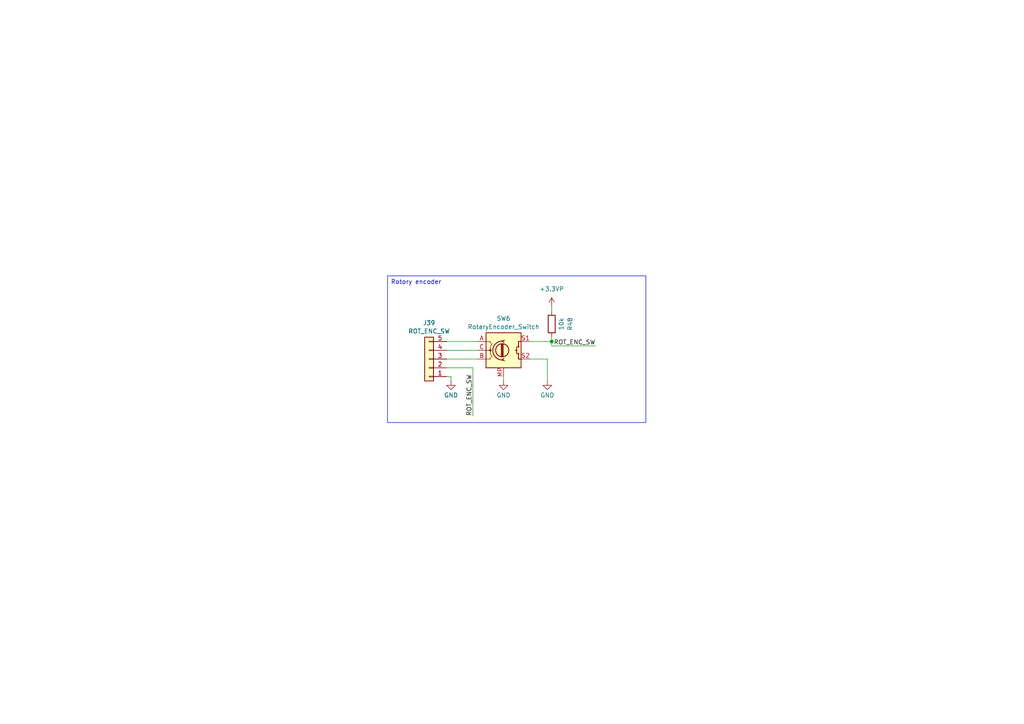
<source format=kicad_sch>
(kicad_sch (version 20250114) (generator "eeschema") (generator_version "9.0")
  (paper "A4")
  (title_block (date "2026-01-13") (rev "0.0.2") (company "KN NaMi"))
  (lib_symbols
    (symbol "Connector_Generic:Conn_01x05" (pin_names (offset 1.016) (hide yes))
      (property "Reference" "J" (at 0 7.62 0))
      (property "Value" "Conn_01x05" (at 0 -7.62 0))
      (symbol "Conn_01x05_1_1"
        (rectangle (start -1.27 6.35) (end 1.27 -6.35) (stroke (width 0.254)) (fill (type background)))
        (rectangle (start -1.27 5.207) (end 0 4.953) (stroke (width 0.1524)))
        (rectangle (start -1.27 2.667) (end 0 2.413) (stroke (width 0.1524)))
        (rectangle (start -1.27 0.127) (end 0 -0.127) (stroke (width 0.1524)))
        (rectangle (start -1.27 -2.413) (end 0 -2.667) (stroke (width 0.1524)))
        (rectangle (start -1.27 -4.953) (end 0 -5.207) (stroke (width 0.1524)))
        (pin passive line (at -5.08 5.08 0) (length 3.81) (name "Pin_1") (number "1"))
        (pin passive line (at -5.08 2.54 0) (length 3.81) (name "Pin_2") (number "2"))
        (pin passive line (at -5.08 0 0) (length 3.81) (name "Pin_3") (number "3"))
        (pin passive line (at -5.08 -2.54 0) (length 3.81) (name "Pin_4") (number "4"))
        (pin passive line (at -5.08 -5.08 0) (length 3.81) (name "Pin_5") (number "5"))
      )
    )
    (symbol "Device:R" (pin_numbers (hide yes)) (pin_names (offset 0))
      (property "Reference" "R" (at 2.032 0 90))
      (property "Value" "R" (at 0 0 90))
      (symbol "R_0_1"
        (rectangle (start -1.016 -2.54) (end 1.016 2.54) (stroke (width 0.254)))
      )
      (symbol "R_1_1"
        (pin passive line (at 0 3.81 270) (length 1.27) (name "~") (number "1"))
        (pin passive line (at 0 -3.81 90) (length 1.27) (name "~") (number "2"))
      )
    )
    (symbol "Device:RotaryEncoder_Switch_MP" (pin_names (offset 0.254) (hide yes))
      (property "Reference" "SW" (at 0 8.89 0))
      (property "Value" "RotaryEncoder_Switch_MP" (at 0 6.35 0))
      (symbol "RotaryEncoder_Switch_MP_0_1"
        (rectangle (start -5.08 5.08) (end 5.08 -5.08) (stroke (width 0.254)) (fill (type background)))
        (polyline (pts (xy -5.08 2.54) (xy -3.81 2.54) (xy -3.81 2.032)))
        (polyline (pts (xy -5.08 0) (xy -3.81 0) (xy -3.81 -1.016) (xy -3.302 -2.032)))
        (polyline (pts (xy -5.08 -2.54) (xy -3.81 -2.54) (xy -3.81 -2.032)))
        (polyline (pts (xy -4.318 0) (xy -3.81 0) (xy -3.81 1.016) (xy -3.302 2.032)))
        (circle (center -3.81 0) (radius 0.254) (fill (type outline)))
        (polyline (pts (xy -0.635 -1.778) (xy -0.635 1.778)) (stroke (width 0.254)))
        (circle (center -0.381 0) (radius 1.905) (stroke (width 0.254)))
        (polyline (pts (xy -0.381 -1.778) (xy -0.381 1.778)) (stroke (width 0.254)))
        (arc (start -0.381 -2.794) (mid -3.0988 -0.0635) (end -0.381 2.667) (stroke (width 0.254)))
        (polyline (pts (xy -0.127 1.778) (xy -0.127 -1.778)) (stroke (width 0.254)))
        (polyline (pts (xy 0.254 2.921) (xy -0.508 2.667) (xy 0.127 2.286)) (stroke (width 0.254)))
        (polyline (pts (xy 0.254 -3.048) (xy -0.508 -2.794) (xy 0.127 -2.413)) (stroke (width 0.254)))
        (polyline (pts (xy 3.81 1.016) (xy 3.81 -1.016)) (stroke (width 0.254)))
        (polyline (pts (xy 3.81 0) (xy 3.429 0)) (stroke (width 0.254)))
        (circle (center 4.318 1.016) (radius 0.127) (stroke (width 0.254)))
        (circle (center 4.318 -1.016) (radius 0.127) (stroke (width 0.254)))
        (polyline (pts (xy 5.08 2.54) (xy 4.318 2.54) (xy 4.318 1.016)) (stroke (width 0.254)))
        (polyline (pts (xy 5.08 -2.54) (xy 4.318 -2.54) (xy 4.318 -1.016)) (stroke (width 0.254)))
      )
      (symbol "RotaryEncoder_Switch_MP_1_1"
        (pin passive line (at -7.62 2.54 0) (length 2.54) (name "A") (number "A"))
        (pin passive line (at -7.62 0 0) (length 2.54) (name "C") (number "C"))
        (pin passive line (at -7.62 -2.54 0) (length 2.54) (name "B") (number "B"))
        (pin passive line (at 0 -7.62 90) (length 2.54) (name "MP") (number "MP"))
        (pin passive line (at 7.62 2.54 180) (length 2.54) (name "S1") (number "S1"))
        (pin passive line (at 7.62 -2.54 180) (length 2.54) (name "S2") (number "S2"))
      )
    )
    (symbol "power:+3.3VP" (power) (pin_numbers (hide yes)) (pin_names (offset 0) (hide yes))
      (property "Value" "+3.3VP" (at 0 3.556 0))
      (symbol "+3.3VP_0_0"
        (pin power_in line (at 0 0 90) (length 0) (name "~") (number "1"))
      )
      (symbol "+3.3VP_0_1"
        (polyline (pts (xy -0.762 1.27) (xy 0 2.54)))
        (polyline (pts (xy 0 2.54) (xy 0.762 1.27)))
        (polyline (pts (xy 0 0) (xy 0 2.54)))
      )
    )
    (symbol "power:GND" (power) (pin_numbers (hide yes)) (pin_names (offset 0) (hide yes))
      (property "Value" "GND" (at 0 -3.81 0))
      (symbol "GND_0_1"
        (polyline (pts (xy 0 0) (xy 0 -1.27) (xy 1.27 -1.27) (xy 0 -2.54) (xy -1.27 -1.27) (xy 0 -1.27)))
      )
      (symbol "GND_1_1"
        (pin power_in line (at 0 0 270) (length 0) (name "~") (number "1"))
      )
    )
  )
  (text_box "Rotory encoder" (at 112.395 80.01 0) (size 74.93 42.545) (margins 0.9525 0.9525 0.9525 0.9525) (effects (font (size 1.27 1.27)) (justify left top)))
  (junction (at 160.02 99.06))
  (wire (pts (xy 172.72 100.33) (xy 160.02 100.33)))
  (wire (pts (xy 146.05 109.22) (xy 146.05 110.49)))
  (wire (pts (xy 130.81 110.49) (xy 130.81 109.22)))
  (wire (pts (xy 129.54 104.14) (xy 138.43 104.14)))
  (wire (pts (xy 160.02 99.06) (xy 153.67 99.06)))
  (wire (pts (xy 137.16 120.65) (xy 137.16 106.68)))
  (wire (pts (xy 130.81 109.22) (xy 129.54 109.22)))
  (wire (pts (xy 160.02 88.9) (xy 160.02 90.17)))
  (wire (pts (xy 137.16 106.68) (xy 129.54 106.68)))
  (wire (pts (xy 129.54 99.06) (xy 138.43 99.06)))
  (wire (pts (xy 158.75 104.14) (xy 153.67 104.14)))
  (wire (pts (xy 129.54 101.6) (xy 138.43 101.6)))
  (wire (pts (xy 158.75 110.49) (xy 158.75 104.14)))
  (wire (pts (xy 160.02 97.79) (xy 160.02 99.06)))
  (wire (pts (xy 160.02 100.33) (xy 160.02 99.06)))
  (label "ROT_ENC_SW" (at 137.16 120.65 90))
  (label "ROT_ENC_SW" (at 172.72 100.33 180))
  (symbol (lib_id "power:GND") (at 130.81 110.49 0) (unit 1)
    (property "Reference" "#PWR0173" (effects (hide yes)))
    (property "Value" "GND" (at 130.81 114.6231 0))
    (property "Description" "Power symbol creates a global label with name \"GND\" , ground" (effects (hide yes)))
  )
  (symbol (lib_id "Device:R") (at 160.02 93.98 0) (unit 1) (in_bom no)
    (property "Reference" "R48" (at 165.354 93.98 90))
    (property "Value" "10k" (at 162.814 93.98 90))
    (property "Footprint" "Resistor_SMD:R_0603_1608Metric_Pad0.98x0.95mm_HandSolder" (effects (hide yes)))
    (property "Description" "Resistor" (effects (hide yes)))
  )
  (symbol (lib_id "Device:RotaryEncoder_Switch_MP") (at 146.05 101.6 0) (unit 1) (in_bom no)
    (property "Reference" "SW6" (at 146.05 92.3755 0))
    (property "Value" "RotaryEncoder_Switch" (at 146.05 94.7998 0))
    (property "Footprint" "Rotary_Encoder:RotaryEncoder_Alps_EC12E-Switch_Vertical_H20mm_CircularMountingHoles" (effects (hide yes)))
    (property "Description" "Rotary encoder, dual channel, incremental quadrate outputs, with switch and MP Pin" (effects (hide yes)))
  )
  (symbol (lib_id "Connector_Generic:Conn_01x05") (at 124.46 104.14 180) (unit 1) (in_bom no)
    (property "Reference" "J39" (at 124.46 93.6455 0))
    (property "Value" "ROT_ENC_SW" (at 124.46 96.0698 0))
    (property "Footprint" "Connector_PinHeader_2.54mm:PinHeader_1x05_P2.54mm_Vertical" (effects (hide yes)))
    (property "Description" "Generic connector, single row, 01x05, script generated (kicad-library-utils/schlib/autogen/connector/)" (effects (hide yes)))
  )
  (symbol (lib_id "power:+3.3VP") (at 160.02 88.9 0) (unit 1)
    (property "Reference" "#PWR0172" (effects (hide yes)))
    (property "Value" "+3.3VP" (at 160.02 83.82 0))
    (property "Description" "Power symbol creates a global label with name \"+3.3VP\"" (effects (hide yes)))
  )
  (symbol (lib_id "power:GND") (at 146.05 110.49 0) (unit 1)
    (property "Reference" "#PWR0170" (effects (hide yes)))
    (property "Value" "GND" (at 146.05 114.6231 0))
    (property "Description" "Power symbol creates a global label with name \"GND\" , ground" (effects (hide yes)))
  )
  (symbol (lib_id "power:GND") (at 158.75 110.49 0) (unit 1)
    (property "Reference" "#PWR0171" (effects (hide yes)))
    (property "Value" "GND" (at 158.75 114.6231 0))
    (property "Description" "Power symbol creates a global label with name \"GND\" , ground" (effects (hide yes)))
  )
)
</source>
